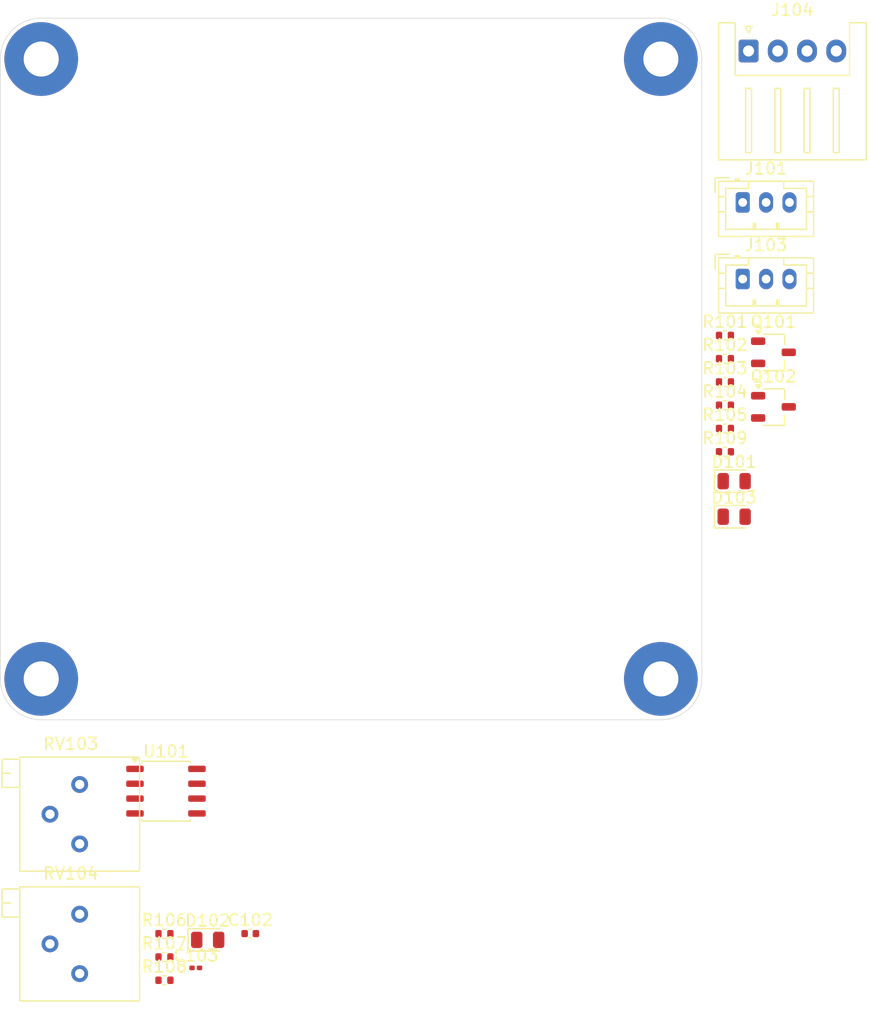
<source format=kicad_pcb>
(kicad_pcb (version 20241229) (generator "pcbnew") (generator_version "9.0")
  (layers (0 "F.Cu" signal) (2 "B.Cu" signal) (13 "F.Paste" user) (15 "B.Paste" user) (5 "F.SilkS" user "F.Silkscreen") (7 "B.SilkS" user "B.Silkscreen") (1 "F.Mask" user) (3 "B.Mask" user) (25 "Edge.Cuts" user))
  (net 0 "")
  (net 1 "GND")
  (net 2 "VDD")
  (net 3 "Net-(D101-K)")
  (net 4 "Net-(D102-K)")
  (net 5 "Net-(D103-K)")
  (net 6 "/LM393/IN1(+)")
  (net 7 "/LM393/IN2(+)")
  (net 8 "/OUT1")
  (net 9 "Net-(Q101-G)")
  (net 10 "Net-(Q102-G)")
  (net 11 "/OUT2")
  (net 12 "Net-(U101-IN1(-))")
  (net 13 "Net-(U101-IN2(-))")
  (footprint "LED_SMD:LED_0805_2012Metric" (layer "F.Cu") (at 140.77 90.635)
    (property "Reference" "D103" (at 0 -1.65 0) (layer "F.SilkS"))
    (property "Value" "ch2")
    (fp_line (start -1.685 -0.96) (end -1.685 0.96) (stroke (width 0.12)) (layer "F.SilkS"))
    (fp_line (start -1.685 0.96) (end 1 0.96) (stroke (width 0.12)) (layer "F.SilkS"))
    (fp_line (start 1 -0.96) (end -1.685 -0.96) (stroke (width 0.12)) (layer "F.SilkS"))
    (pad "1" smd roundrect (at -0.9375 0) (size 0.975 1.4) (layers "F.Cu" "F.Mask" "F.Paste") (net 5 "Net-(D103-K)"))
    (pad "2" smd roundrect (at 0.9375 0) (size 0.975 1.4) (layers "F.Cu" "F.Mask" "F.Paste") (net 2 "VDD"))
  )
  (footprint "LED_SMD:LED_0805_2012Metric" (layer "F.Cu") (at 140.77 87.595)
    (property "Reference" "D101" (at 0 -1.65 0) (layer "F.SilkS"))
    (property "Value" "ch1")
    (fp_line (start -1.685 -0.96) (end -1.685 0.96) (stroke (width 0.12)) (layer "F.SilkS"))
    (fp_line (start -1.685 0.96) (end 1 0.96) (stroke (width 0.12)) (layer "F.SilkS"))
    (fp_line (start 1 -0.96) (end -1.685 -0.96) (stroke (width 0.12)) (layer "F.SilkS"))
    (pad "1" smd roundrect (at -0.9375 0) (size 0.975 1.4) (layers "F.Cu" "F.Mask" "F.Paste") (net 3 "Net-(D101-K)"))
    (pad "2" smd roundrect (at 0.9375 0) (size 0.975 1.4) (layers "F.Cu" "F.Mask" "F.Paste") (net 2 "VDD"))
  )
  (footprint "Package_SO:JEITA_SOIC-8_3.9x4.9mm_P1.27mm" (layer "F.Cu") (at 92.17 114.1)
    (property "Reference" "U101" (at 0 -3.4 0) (layer "F.SilkS"))
    (property "Value" "LM393N")
    (fp_line (start -2.06 -2.56) (end 2.06 -2.56) (stroke (width 0.12)) (layer "F.SilkS"))
    (fp_line (start -2.06 -2.44) (end -2.06 -2.56) (stroke (width 0.12)) (layer "F.SilkS"))
    (fp_line (start -2.06 2.56) (end -2.06 2.44) (stroke (width 0.12)) (layer "F.SilkS"))
    (fp_line (start 2.06 -2.56) (end 2.06 -2.44) (stroke (width 0.12)) (layer "F.SilkS"))
    (fp_line (start 2.06 2.44) (end 2.06 2.56) (stroke (width 0.12)) (layer "F.SilkS"))
    (fp_line (start 2.06 2.56) (end -2.06 2.56) (stroke (width 0.12)) (layer "F.SilkS"))
    (fp_poly (pts (xy -2.66 -2.45) (xy -2.9 -2.78) (xy -2.42 -2.78)) (stroke (width 0.12)) (fill yes) (layer "F.SilkS"))
    (pad "1" smd roundrect (at -2.65 -1.905) (size 1.5 0.55) (layers "F.Cu" "F.Mask" "F.Paste") (net 8 "/OUT1"))
    (pad "2" smd roundrect (at -2.65 -0.635) (size 1.5 0.55) (layers "F.Cu" "F.Mask" "F.Paste") (net 12 "Net-(U101-IN1(-))"))
    (pad "3" smd roundrect (at -2.65 0.635) (size 1.5 0.55) (layers "F.Cu" "F.Mask" "F.Paste") (net 6 "/LM393/IN1(+)"))
    (pad "4" smd roundrect (at -2.65 1.905) (size 1.5 0.55) (layers "F.Cu" "F.Mask" "F.Paste") (net 1 "GND"))
    (pad "5" smd roundrect (at 2.65 1.905) (size 1.5 0.55) (layers "F.Cu" "F.Mask" "F.Paste") (net 7 "/LM393/IN2(+)"))
    (pad "6" smd roundrect (at 2.65 0.635) (size 1.5 0.55) (layers "F.Cu" "F.Mask" "F.Paste") (net 13 "Net-(U101-IN2(-))"))
    (pad "7" smd roundrect (at 2.65 -0.635) (size 1.5 0.55) (layers "F.Cu" "F.Mask" "F.Paste") (net 11 "/OUT2"))
    (pad "8" smd roundrect (at 2.65 -1.905) (size 1.5 0.55) (layers "F.Cu" "F.Mask" "F.Paste") (net 2 "VDD"))
  )
  (footprint "WOBCLibrary:Board_1U_60x60" (layer "F.Cu") (at 108 78)
    (property "Reference" "B101" (hide yes))
    (property "Value" "~" (hide yes))
    (fp_line (start -30 26.5) (end -30 -26.5) (stroke (width 0.05)) (layer "Edge.Cuts"))
    (fp_line (start -26.5 -30) (end 26.5 -30) (stroke (width 0.05)) (layer "Edge.Cuts"))
    (fp_line (start 26.5 30) (end -26.5 30) (stroke (width 0.05)) (layer "Edge.Cuts"))
    (fp_line (start 30 -26.5) (end 30 26.5) (stroke (width 0.05)) (layer "Edge.Cuts"))
    (fp_arc (start -30 -26.5) (mid -28.974874 -28.974874) (end -26.5 -30) (stroke (width 0.05)) (layer "Edge.Cuts"))
    (fp_arc (start -26.5 30) (mid -28.974874 28.974874) (end -30 26.5) (stroke (width 0.05)) (layer "Edge.Cuts"))
    (fp_arc (start 26.5 -30) (mid 28.974874 -28.974874) (end 30 -26.5) (stroke (width 0.05)) (layer "Edge.Cuts"))
    (fp_arc (start 30 26.5) (mid 28.974874 28.974874) (end 26.5 30) (stroke (width 0.05)) (layer "Edge.Cuts"))
    (pad "GND" thru_hole circle (at -26.5 -26.5) (size 6.3 6.3) (drill 3) (layers "*.Cu" "*.Mask") (net 1 "GND"))
    (pad "GND" thru_hole circle (at -26.5 26.5) (size 6.3 6.3) (drill 3) (layers "*.Cu" "*.Mask") (net 1 "GND"))
    (pad "GND" thru_hole circle (at 26.5 -26.5) (size 6.3 6.3) (drill 3) (layers "*.Cu" "*.Mask") (net 1 "GND"))
    (pad "GND" thru_hole circle (at 26.5 26.5) (size 6.3 6.3) (drill 3) (layers "*.Cu" "*.Mask") (net 1 "GND"))
  )
  (footprint "Resistor_SMD:R_0402_1005Metric" (layer "F.Cu") (at 92.04 128.28)
    (property "Reference" "R107" (at 0 -1.17 0) (layer "F.SilkS"))
    (property "Value" "10k")
    (fp_line (start -0.153641 -0.38) (end 0.153641 -0.38) (stroke (width 0.12)) (layer "F.SilkS"))
    (fp_line (start -0.153641 0.38) (end 0.153641 0.38) (stroke (width 0.12)) (layer "F.SilkS"))
    (pad "1" smd roundrect (at -0.51 0) (size 0.54 0.64) (layers "F.Cu" "F.Mask" "F.Paste") (net 2 "VDD"))
    (pad "2" smd roundrect (at 0.51 0) (size 0.54 0.64) (layers "F.Cu" "F.Mask" "F.Paste") (net 11 "/OUT2"))
  )
  (footprint "Connector_JST:JST_PH_B3B-PH-K_1x03_P2.00mm_Vertical" (layer "F.Cu") (at 141.5 70.31)
    (property "Reference" "J103" (at 2 -2.9 0) (layer "F.SilkS"))
    (property "Value" "ch2")
    (fp_line (start -2.36 -2.11) (end -2.36 -0.86) (stroke (width 0.12)) (layer "F.SilkS"))
    (fp_line (start -2.06 -1.81) (end -2.06 2.91) (stroke (width 0.12)) (layer "F.SilkS"))
    (fp_line (start -2.06 -0.5) (end -1.45 -0.5) (stroke (width 0.12)) (layer "F.SilkS"))
    (fp_line (start -2.06 0.8) (end -1.45 0.8) (stroke (width 0.12)) (layer "F.SilkS"))
    (fp_line (start -2.06 2.91) (end 6.06 2.91) (stroke (width 0.12)) (layer "F.SilkS"))
    (fp_line (start -1.45 -1.2) (end -1.45 2.3) (stroke (width 0.12)) (layer "F.SilkS"))
    (fp_line (start -1.45 2.3) (end 5.45 2.3) (stroke (width 0.12)) (layer "F.SilkS"))
    (fp_line (start -1.11 -2.11) (end -2.36 -2.11) (stroke (width 0.12)) (layer "F.SilkS"))
    (fp_line (start -0.6 -2.01) (end -0.6 -1.81) (stroke (width 0.12)) (layer "F.SilkS"))
    (fp_line (start -0.3 -2.01) (end -0.6 -2.01) (stroke (width 0.12)) (layer "F.SilkS"))
    (fp_line (start -0.3 -1.91) (end -0.6 -1.91) (stroke (width 0.12)) (layer "F.SilkS"))
    (fp_line (start -0.3 -1.81) (end -0.3 -2.01) (stroke (width 0.12)) (layer "F.SilkS"))
    (fp_line (start 0.5 -1.81) (end 0.5 -1.2) (stroke (width 0.12)) (layer "F.SilkS"))
    (fp_line (start 0.5 -1.2) (end -1.45 -1.2) (stroke (width 0.12)) (layer "F.SilkS"))
    (fp_line (start 0.9 1.8) (end 1.1 1.8) (stroke (width 0.12)) (layer "F.SilkS"))
    (fp_line (start 0.9 2.3) (end 0.9 1.8) (stroke (width 0.12)) (layer "F.SilkS"))
    (fp_line (start 1 2.3) (end 1 1.8) (stroke (width 0.12)) (layer "F.SilkS"))
    (fp_line (start 1.1 1.8) (end 1.1 2.3) (stroke (width 0.12)) (layer "F.SilkS"))
    (fp_line (start 2.9 1.8) (end 3.1 1.8) (stroke (width 0.12)) (layer "F.SilkS"))
    (fp_line (start 2.9 2.3) (end 2.9 1.8) (stroke (width 0.12)) (layer "F.SilkS"))
    (fp_line (start 3 2.3) (end 3 1.8) (stroke (width 0.12)) (layer "F.SilkS"))
    (fp_line (start 3.1 1.8) (end 3.1 2.3) (stroke (width 0.12)) (layer "F.SilkS"))
    (fp_line (start 3.5 -1.2) (end 3.5 -1.81) (stroke (width 0.12)) (layer "F.SilkS"))
    (fp_line (start 5.45 -1.2) (end 3.5 -1.2) (stroke (width 0.12)) (layer "F.SilkS"))
    (fp_line (start 5.45 2.3) (end 5.45 -1.2) (stroke (width 0.12)) (layer "F.SilkS"))
    (fp_line (start 6.06 -1.81) (end -2.06 -1.81) (stroke (width 0.12)) (layer "F.SilkS"))
    (fp_line (start 6.06 -0.5) (end 5.45 -0.5) (stroke (width 0.12)) (layer "F.SilkS"))
    (fp_line (start 6.06 0.8) (end 5.45 0.8) (stroke (width 0.12)) (layer "F.SilkS"))
    (fp_line (start 6.06 2.91) (end 6.06 -1.81) (stroke (width 0.12)) (layer "F.SilkS"))
    (pad "1" thru_hole roundrect (at 0 0) (size 1.2 1.75) (drill 0.75) (layers "*.Cu" "*.Mask") (roundrect_rratio 0.208333) (net 2 "VDD"))
    (pad "2" thru_hole oval (at 2 0) (size 1.2 1.75) (drill 0.75) (layers "*.Cu" "*.Mask") (net 1 "GND"))
    (pad "3" thru_hole oval (at 4 0) (size 1.2 1.75) (drill 0.75) (layers "*.Cu" "*.Mask") (net 7 "/LM393/IN2(+)"))
  )
  (footprint "Resistor_SMD:R_0402_1005Metric" (layer "F.Cu") (at 139.98 77.12)
    (property "Reference" "R102" (at 0 -1.17 0) (layer "F.SilkS"))
    (property "Value" "10k")
    (fp_line (start -0.153641 -0.38) (end 0.153641 -0.38) (stroke (width 0.12)) (layer "F.SilkS"))
    (fp_line (start -0.153641 0.38) (end 0.153641 0.38) (stroke (width 0.12)) (layer "F.SilkS"))
    (pad "1" smd roundrect (at -0.51 0) (size 0.54 0.64) (layers "F.Cu" "F.Mask" "F.Paste") (net 7 "/LM393/IN2(+)"))
    (pad "2" smd roundrect (at 0.51 0) (size 0.54 0.64) (layers "F.Cu" "F.Mask" "F.Paste") (net 1 "GND"))
  )
  (footprint "LED_SMD:LED_0805_2012Metric" (layer "F.Cu") (at 95.74 126.815)
    (property "Reference" "D102" (at 0 -1.65 0) (layer "F.SilkS"))
    (property "Value" "Power")
    (fp_line (start -1.685 -0.96) (end -1.685 0.96) (stroke (width 0.12)) (layer "F.SilkS"))
    (fp_line (start -1.685 0.96) (end 1 0.96) (stroke (width 0.12)) (layer "F.SilkS"))
    (fp_line (start 1 -0.96) (end -1.685 -0.96) (stroke (width 0.12)) (layer "F.SilkS"))
    (pad "1" smd roundrect (at -0.9375 0) (size 0.975 1.4) (layers "F.Cu" "F.Mask" "F.Paste") (net 4 "Net-(D102-K)"))
    (pad "2" smd roundrect (at 0.9375 0) (size 0.975 1.4) (layers "F.Cu" "F.Mask" "F.Paste") (net 2 "VDD"))
  )
  (footprint "Potentiometer_THT:Potentiometer_Bourns_3296P_Horizontal" (layer "F.Cu") (at 84.79 113.53)
    (property "Reference" "RV103" (at -0.76 -3.475 0) (layer "F.SilkS"))
    (property "Value" "10k")
    (fp_line (start -6.645 -2.16) (end -5.125 -2.16) (stroke (width 0.12)) (layer "F.SilkS"))
    (fp_line (start -6.645 -0.955) (end -5.885 -0.955) (stroke (width 0.12)) (layer "F.SilkS"))
    (fp_line (start -6.645 0.25) (end -6.645 -2.16) (stroke (width 0.12)) (layer "F.SilkS"))
    (fp_line (start -5.125 -2.335) (end 5.125 -2.335) (stroke (width 0.12)) (layer "F.SilkS"))
    (fp_line (start -5.125 -2.16) (end -5.125 0.25) (stroke (width 0.12)) (layer "F.SilkS"))
    (fp_line (start -5.125 0.25) (end -6.645 0.25) (stroke (width 0.12)) (layer "F.SilkS"))
    (fp_line (start -5.125 7.415) (end -5.125 -2.335) (stroke (width 0.12)) (layer "F.SilkS"))
    (fp_line (start 5.125 -2.335) (end 5.125 7.415) (stroke (width 0.12)) (layer "F.SilkS"))
    (fp_line (start 5.125 7.415) (end -5.125 7.415) (stroke (width 0.12)) (layer "F.SilkS"))
    (pad "1" thru_hole circle (at 0 0) (size 1.44 1.44) (drill 0.8) (layers "*.Cu" "*.Mask") (net 1 "GND"))
    (pad "2" thru_hole circle (at -2.54 2.54) (size 1.44 1.44) (drill 0.8) (layers "*.Cu" "*.Mask") (net 12 "Net-(U101-IN1(-))"))
    (pad "3" thru_hole circle (at 0 5.08) (size 1.44 1.44) (drill 0.8) (layers "*.Cu" "*.Mask") (net 2 "VDD"))
  )
  (footprint "Package_TO_SOT_SMD:TSOT-23" (layer "F.Cu") (at 144.13 81.24)
    (property "Reference" "Q102" (at 0 -2.6 0) (layer "F.SilkS"))
    (property "Value" "NMOS")
    (fp_line (start 0.945 0.69) (end 0.945 1.58) (stroke (width 0.12)) (layer "F.SilkS"))
    (fp_line (start 0.945 1.58) (end -0.905 1.58) (stroke (width 0.12)) (layer "F.SilkS"))
    (fp_line (start 0.96 -1.54) (end -0.89 -1.54) (stroke (width 0.12)) (layer "F.SilkS"))
    (fp_line (start 0.96 -1.54) (end 0.96 -0.65) (stroke (width 0.12)) (layer "F.SilkS"))
    (fp_poly (pts (xy -1.28 -1.55) (xy -1.52 -1.88) (xy -1.04 -1.88) (xy -1.28 -1.55)) (stroke (width 0.12)) (fill yes) (layer "F.SilkS"))
    (pad "1" smd roundrect (at -1.31 -0.95) (size 1.22 0.65) (layers "F.Cu" "F.Mask" "F.Paste") (net 5 "Net-(D103-K)"))
    (pad "2" smd roundrect (at -1.31 0.95) (size 1.22 0.65) (layers "F.Cu" "F.Mask" "F.Paste") (net 10 "Net-(Q102-G)"))
    (pad "3" smd roundrect (at 1.31 0) (size 1.22 0.65) (layers "F.Cu" "F.Mask" "F.Paste") (net 1 "GND"))
  )
  (footprint "Resistor_SMD:R_0402_1005Metric" (layer "F.Cu") (at 139.98 83.09)
    (property "Reference" "R105" (at 0 -1.17 0) (layer "F.SilkS"))
    (property "Value" "510")
    (fp_line (start -0.153641 -0.38) (end 0.153641 -0.38) (stroke (width 0.12)) (layer "F.SilkS"))
    (fp_line (start -0.153641 0.38) (end 0.153641 0.38) (stroke (width 0.12)) (layer "F.SilkS"))
    (pad "1" smd roundrect (at -0.51 0) (size 0.54 0.64) (layers "F.Cu" "F.Mask" "F.Paste") (net 11 "/OUT2"))
    (pad "2" smd roundrect (at 0.51 0) (size 0.54 0.64) (layers "F.Cu" "F.Mask" "F.Paste") (net 10 "Net-(Q102-G)"))
  )
  (footprint "Resistor_SMD:R_0402_1005Metric" (layer "F.Cu") (at 139.98 79.11)
    (property "Reference" "R103" (at 0 -1.17 0) (layer "F.SilkS"))
    (property "Value" "510")
    (fp_line (start -0.153641 -0.38) (end 0.153641 -0.38) (stroke (width 0.12)) (layer "F.SilkS"))
    (fp_line (start -0.153641 0.38) (end 0.153641 0.38) (stroke (width 0.12)) (layer "F.SilkS"))
    (pad "1" smd roundrect (at -0.51 0) (size 0.54 0.64) (layers "F.Cu" "F.Mask" "F.Paste") (net 8 "/OUT1"))
    (pad "2" smd roundrect (at 0.51 0) (size 0.54 0.64) (layers "F.Cu" "F.Mask" "F.Paste") (net 9 "Net-(Q101-G)"))
  )
  (footprint "Capacitor_SMD:C_0402_1005Metric" (layer "F.Cu") (at 99.38 126.28)
    (property "Reference" "C102" (at 0 -1.16 0) (layer "F.SilkS"))
    (property "Value" "0.1u")
    (fp_line (start -0.107836 -0.36) (end 0.107836 -0.36) (stroke (width 0.12)) (layer "F.SilkS"))
    (fp_line (start -0.107836 0.36) (end 0.107836 0.36) (stroke (width 0.12)) (layer "F.SilkS"))
    (pad "1" smd roundrect (at -0.48 0) (size 0.56 0.62) (layers "F.Cu" "F.Mask" "F.Paste") (net 2 "VDD"))
    (pad "2" smd roundrect (at 0.48 0) (size 0.56 0.62) (layers "F.Cu" "F.Mask" "F.Paste") (net 1 "GND"))
  )
  (footprint "Connector_JST:JST_PH_B3B-PH-K_1x03_P2.00mm_Vertical" (layer "F.Cu") (at 141.5 63.76)
    (property "Reference" "J101" (at 2 -2.9 0) (layer "F.SilkS"))
    (property "Value" "ch1")
    (fp_line (start -2.36 -2.11) (end -2.36 -0.86) (stroke (width 0.12)) (layer "F.SilkS"))
    (fp_line (start -2.06 -1.81) (end -2.06 2.91) (stroke (width 0.12)) (layer "F.SilkS"))
    (fp_line (start -2.06 -0.5) (end -1.45 -0.5) (stroke (width 0.12)) (layer "F.SilkS"))
    (fp_line (start -2.06 0.8) (end -1.45 0.8) (stroke (width 0.12)) (layer "F.SilkS"))
    (fp_line (start -2.06 2.91) (end 6.06 2.91) (stroke (width 0.12)) (layer "F.SilkS"))
    (fp_line (start -1.45 -1.2) (end -1.45 2.3) (stroke (width 0.12)) (layer "F.SilkS"))
    (fp_line (start -1.45 2.3) (end 5.45 2.3) (stroke (width 0.12)) (layer "F.SilkS"))
    (fp_line (start -1.11 -2.11) (end -2.36 -2.11) (stroke (width 0.12)) (layer "F.SilkS"))
    (fp_line (start -0.6 -2.01) (end -0.6 -1.81) (stroke (width 0.12)) (layer "F.SilkS"))
    (fp_line (start -0.3 -2.01) (end -0.6 -2.01) (stroke (width 0.12)) (layer "F.SilkS"))
    (fp_line (start -0.3 -1.91) (end -0.6 -1.91) (stroke (width 0.12)) (layer "F.SilkS"))
    (fp_line (start -0.3 -1.81) (end -0.3 -2.01) (stroke (width 0.12)) (layer "F.SilkS"))
    (fp_line (start 0.5 -1.81) (end 0.5 -1.2) (stroke (width 0.12)) (layer "F.SilkS"))
    (fp_line (start 0.5 -1.2) (end -1.45 -1.2) (stroke (width 0.12)) (layer "F.SilkS"))
    (fp_line (start 0.9 1.8) (end 1.1 1.8) (stroke (width 0.12)) (layer "F.SilkS"))
    (fp_line (start 0.9 2.3) (end 0.9 1.8) (stroke (width 0.12)) (layer "F.SilkS"))
    (fp_line (start 1 2.3) (end 1 1.8) (stroke (width 0.12)) (layer "F.SilkS"))
    (fp_line (start 1.1 1.8) (end 1.1 2.3) (stroke (width 0.12)) (layer "F.SilkS"))
    (fp_line (start 2.9 1.8) (end 3.1 1.8) (stroke (width 0.12)) (layer "F.SilkS"))
    (fp_line (start 2.9 2.3) (end 2.9 1.8) (stroke (width 0.12)) (layer "F.SilkS"))
    (fp_line (start 3 2.3) (end 3 1.8) (stroke (width 0.12)) (layer "F.SilkS"))
    (fp_line (start 3.1 1.8) (end 3.1 2.3) (stroke (width 0.12)) (layer "F.SilkS"))
    (fp_line (start 3.5 -1.2) (end 3.5 -1.81) (stroke (width 0.12)) (layer "F.SilkS"))
    (fp_line (start 5.45 -1.2) (end 3.5 -1.2) (stroke (width 0.12)) (layer "F.SilkS"))
    (fp_line (start 5.45 2.3) (end 5.45 -1.2) (stroke (width 0.12)) (layer "F.SilkS"))
    (fp_line (start 6.06 -1.81) (end -2.06 -1.81) (stroke (width 0.12)) (layer "F.SilkS"))
    (fp_line (start 6.06 -0.5) (end 5.45 -0.5) (stroke (width 0.12)) (layer "F.SilkS"))
    (fp_line (start 6.06 0.8) (end 5.45 0.8) (stroke (width 0.12)) (layer "F.SilkS"))
    (fp_line (start 6.06 2.91) (end 6.06 -1.81) (stroke (width 0.12)) (layer "F.SilkS"))
    (pad "1" thru_hole roundrect (at 0 0) (size 1.2 1.75) (drill 0.75) (layers "*.Cu" "*.Mask") (roundrect_rratio 0.208333) (net 2 "VDD"))
    (pad "2" thru_hole oval (at 2 0) (size 1.2 1.75) (drill 0.75) (layers "*.Cu" "*.Mask") (net 1 "GND"))
    (pad "3" thru_hole oval (at 4 0) (size 1.2 1.75) (drill 0.75) (layers "*.Cu" "*.Mask") (net 6 "/LM393/IN1(+)"))
  )
  (footprint "Connector_JST:JST_XH_S4B-XH-A_1x04_P2.50mm_Horizontal" (layer "F.Cu") (at 142 50.81)
    (property "Reference" "J104" (at 3.75 -3.51 0) (layer "F.SilkS"))
    (property "Value" "Conn_01x04")
    (fp_line (start -2.56 -2.41) (end -1.14 -2.41) (stroke (width 0.12)) (layer "F.SilkS"))
    (fp_line (start -2.56 9.31) (end -2.56 -2.41) (stroke (width 0.12)) (layer "F.SilkS"))
    (fp_line (start -1.14 -2.41) (end -1.14 2.09) (stroke (width 0.12)) (layer "F.SilkS"))
    (fp_line (start -1.14 2.09) (end 3.75 2.09) (stroke (width 0.12)) (layer "F.SilkS"))
    (fp_line (start -0.3 -2.1) (end 0.3 -2.1) (stroke (width 0.12)) (layer "F.SilkS"))
    (fp_line (start -0.25 3.2) (end -0.25 8.7) (stroke (width 0.12)) (layer "F.SilkS"))
    (fp_line (start -0.25 8.7) (end 0.25 8.7) (stroke (width 0.12)) (layer "F.SilkS"))
    (fp_line (start 0 -1.5) (end -0.3 -2.1) (stroke (width 0.12)) (layer "F.SilkS"))
    (fp_line (start 0.25 3.2) (end -0.25 3.2) (stroke (width 0.12)) (layer "F.SilkS"))
    (fp_line (start 0.25 8.7) (end 0.25 3.2) (stroke (width 0.12)) (layer "F.SilkS"))
    (fp_line (start 0.3 -2.1) (end 0 -1.5) (stroke (width 0.12)) (layer "F.SilkS"))
    (fp_line (start 2.25 3.2) (end 2.25 8.7) (stroke (width 0.12)) (layer "F.SilkS"))
    (fp_line (start 2.25 8.7) (end 2.75 8.7) (stroke (width 0.12)) (layer "F.SilkS"))
    (fp_line (start 2.75 3.2) (end 2.25 3.2) (stroke (width 0.12)) (layer "F.SilkS"))
    (fp_line (start 2.75 8.7) (end 2.75 3.2) (stroke (width 0.12)) (layer "F.SilkS"))
    (fp_line (start 3.75 9.31) (end -2.56 9.31) (stroke (width 0.12)) (layer "F.SilkS"))
    (fp_line (start 3.75 9.31) (end 10.06 9.31) (stroke (width 0.12)) (layer "F.SilkS"))
    (fp_line (start 4.75 3.2) (end 4.75 8.7) (stroke (width 0.12)) (layer "F.SilkS"))
    (fp_line (start 4.75 8.7) (end 5.25 8.7) (stroke (width 0.12)) (layer "F.SilkS"))
    (fp_line (start 5.25 3.2) (end 4.75 3.2) (stroke (width 0.12)) (layer "F.SilkS"))
    (fp_line (start 5.25 8.7) (end 5.25 3.2) (stroke (width 0.12)) (layer "F.SilkS"))
    (fp_line (start 7.25 3.2) (end 7.25 8.7) (stroke (width 0.12)) (layer "F.SilkS"))
    (fp_line (start 7.25 8.7) (end 7.75 8.7) (stroke (width 0.12)) (layer "F.SilkS"))
    (fp_line (start 7.75 3.2) (end 7.25 3.2) (stroke (width 0.12)) (layer "F.SilkS"))
    (fp_line (start 7.75 8.7) (end 7.75 3.2) (stroke (width 0.12)) (layer "F.SilkS"))
    (fp_line (start 8.64 -2.41) (end 8.64 2.09) (stroke (width 0.12)) (layer "F.SilkS"))
    (fp_line (start 8.64 2.09) (end 3.75 2.09) (stroke (width 0.12)) (layer "F.SilkS"))
    (fp_line (start 10.06 -2.41) (end 8.64 -2.41) (stroke (width 0.12)) (layer "F.SilkS"))
    (fp_line (start 10.06 9.31) (end 10.06 -2.41) (stroke (width 0.12)) (layer "F.SilkS"))
    (pad "1" thru_hole roundrect (at 0 0) (size 1.7 1.95) (drill 0.95) (layers "*.Cu" "*.Mask") (roundrect_rratio 0.147059) (net 2 "VDD"))
    (pad "2" thru_hole oval (at 2.5 0) (size 1.7 1.95) (drill 0.95) (layers "*.Cu" "*.Mask") (net 1 "GND"))
    (pad "3" thru_hole oval (at 5 0) (size 1.7 1.95) (drill 0.95) (layers "*.Cu" "*.Mask") (net 8 "/OUT1"))
    (pad "4" thru_hole oval (at 7.5 0) (size 1.7 1.95) (drill 0.95) (layers "*.Cu" "*.Mask") (net 11 "/OUT2"))
  )
  (footprint "Package_TO_SOT_SMD:TSOT-23" (layer "F.Cu") (at 144.13 76.575)
    (property "Reference" "Q101" (at 0 -2.6 0) (layer "F.SilkS"))
    (property "Value" "NMOS")
    (fp_line (start 0.945 0.69) (end 0.945 1.58) (stroke (width 0.12)) (layer "F.SilkS"))
    (fp_line (start 0.945 1.58) (end -0.905 1.58) (stroke (width 0.12)) (layer "F.SilkS"))
    (fp_line (start 0.96 -1.54) (end -0.89 -1.54) (stroke (width 0.12)) (layer "F.SilkS"))
    (fp_line (start 0.96 -1.54) (end 0.96 -0.65) (stroke (width 0.12)) (layer "F.SilkS"))
    (fp_poly (pts (xy -1.28 -1.55) (xy -1.52 -1.88) (xy -1.04 -1.88) (xy -1.28 -1.55)) (stroke (width 0.12)) (fill yes) (layer "F.SilkS"))
    (pad "1" smd roundrect (at -1.31 -0.95) (size 1.22 0.65) (layers "F.Cu" "F.Mask" "F.Paste") (net 3 "Net-(D101-K)"))
    (pad "2" smd roundrect (at -1.31 0.95) (size 1.22 0.65) (layers "F.Cu" "F.Mask" "F.Paste") (net 9 "Net-(Q101-G)"))
    (pad "3" smd roundrect (at 1.31 0) (size 1.22 0.65) (layers "F.Cu" "F.Mask" "F.Paste") (net 1 "GND"))
  )
  (footprint "Resistor_SMD:R_0402_1005Metric" (layer "F.Cu") (at 139.98 75.13)
    (property "Reference" "R101" (at 0 -1.17 0) (layer "F.SilkS"))
    (property "Value" "10k")
    (fp_line (start -0.153641 -0.38) (end 0.153641 -0.38) (stroke (width 0.12)) (layer "F.SilkS"))
    (fp_line (start -0.153641 0.38) (end 0.153641 0.38) (stroke (width 0.12)) (layer "F.SilkS"))
    (pad "1" smd roundrect (at -0.51 0) (size 0.54 0.64) (layers "F.Cu" "F.Mask" "F.Paste") (net 6 "/LM393/IN1(+)"))
    (pad "2" smd roundrect (at 0.51 0) (size 0.54 0.64) (layers "F.Cu" "F.Mask" "F.Paste") (net 1 "GND"))
  )
  (footprint "Capacitor_SMD:C_0201_0603Metric" (layer "F.Cu") (at 94.72 129.21)
    (property "Reference" "C103" (at 0 -1.05 0) (layer "F.SilkS"))
    (property "Value" "10u")
    (pad "1" smd roundrect (at -0.32 0) (size 0.46 0.4) (layers "F.Cu" "F.Mask") (net 2 "VDD"))
    (pad "2" smd roundrect (at 0.32 0) (size 0.46 0.4) (layers "F.Cu" "F.Mask") (net 1 "GND"))
  )
  (footprint "Resistor_SMD:R_0402_1005Metric" (layer "F.Cu") (at 139.98 81.1)
    (property "Reference" "R104" (at 0 -1.17 0) (layer "F.SilkS"))
    (property "Value" "10k")
    (fp_line (start -0.153641 -0.38) (end 0.153641 -0.38) (stroke (width 0.12)) (layer "F.SilkS"))
    (fp_line (start -0.153641 0.38) (end 0.153641 0.38) (stroke (width 0.12)) (layer "F.SilkS"))
    (pad "1" smd roundrect (at -0.51 0) (size 0.54 0.64) (layers "F.Cu" "F.Mask" "F.Paste") (net 9 "Net-(Q101-G)"))
    (pad "2" smd roundrect (at 0.51 0) (size 0.54 0.64) (layers "F.Cu" "F.Mask" "F.Paste") (net 1 "GND"))
  )
  (footprint "Resistor_SMD:R_0402_1005Metric" (layer "F.Cu") (at 92.04 130.27)
    (property "Reference" "R108" (at 0 -1.17 0) (layer "F.SilkS"))
    (property "Value" "10k")
    (fp_line (start -0.153641 -0.38) (end 0.153641 -0.38) (stroke (width 0.12)) (layer "F.SilkS"))
    (fp_line (start -0.153641 0.38) (end 0.153641 0.38) (stroke (width 0.12)) (layer "F.SilkS"))
    (pad "1" smd roundrect (at -0.51 0) (size 0.54 0.64) (layers "F.Cu" "F.Mask" "F.Paste") (net 2 "VDD"))
    (pad "2" smd roundrect (at 0.51 0) (size 0.54 0.64) (layers "F.Cu" "F.Mask" "F.Paste") (net 8 "/OUT1"))
  )
  (footprint "Resistor_SMD:R_0402_1005Metric" (layer "F.Cu") (at 92.04 126.29)
    (property "Reference" "R106" (at 0 -1.17 0) (layer "F.SilkS"))
    (property "Value" "1k")
    (fp_line (start -0.153641 -0.38) (end 0.153641 -0.38) (stroke (width 0.12)) (layer "F.SilkS"))
    (fp_line (start -0.153641 0.38) (end 0.153641 0.38) (stroke (width 0.12)) (layer "F.SilkS"))
    (pad "1" smd roundrect (at -0.51 0) (size 0.54 0.64) (layers "F.Cu" "F.Mask" "F.Paste") (net 4 "Net-(D102-K)"))
    (pad "2" smd roundrect (at 0.51 0) (size 0.54 0.64) (layers "F.Cu" "F.Mask" "F.Paste") (net 1 "GND"))
  )
  (footprint "Resistor_SMD:R_0402_1005Metric" (layer "F.Cu") (at 139.98 85.08)
    (property "Reference" "R109" (at 0 -1.17 0) (layer "F.SilkS"))
    (property "Value" "10k")
    (fp_line (start -0.153641 -0.38) (end 0.153641 -0.38) (stroke (width 0.12)) (layer "F.SilkS"))
    (fp_line (start -0.153641 0.38) (end 0.153641 0.38) (stroke (width 0.12)) (layer "F.SilkS"))
    (pad "1" smd roundrect (at -0.51 0) (size 0.54 0.64) (layers "F.Cu" "F.Mask" "F.Paste") (net 10 "Net-(Q102-G)"))
    (pad "2" smd roundrect (at 0.51 0) (size 0.54 0.64) (layers "F.Cu" "F.Mask" "F.Paste") (net 1 "GND"))
  )
  (footprint "Potentiometer_THT:Potentiometer_Bourns_3296P_Horizontal" (layer "F.Cu") (at 84.79 124.62)
    (property "Reference" "RV104" (at -0.76 -3.475 0) (layer "F.SilkS"))
    (property "Value" "10k")
    (fp_line (start -6.645 -2.16) (end -5.125 -2.16) (stroke (width 0.12)) (layer "F.SilkS"))
    (fp_line (start -6.645 -0.955) (end -5.885 -0.955) (stroke (width 0.12)) (layer "F.SilkS"))
    (fp_line (start -6.645 0.25) (end -6.645 -2.16) (stroke (width 0.12)) (layer "F.SilkS"))
    (fp_line (start -5.125 -2.335) (end 5.125 -2.335) (stroke (width 0.12)) (layer "F.SilkS"))
    (fp_line (start -5.125 -2.16) (end -5.125 0.25) (stroke (width 0.12)) (layer "F.SilkS"))
    (fp_line (start -5.125 0.25) (end -6.645 0.25) (stroke (width 0.12)) (layer "F.SilkS"))
    (fp_line (start -5.125 7.415) (end -5.125 -2.335) (stroke (width 0.12)) (layer "F.SilkS"))
    (fp_line (start 5.125 -2.335) (end 5.125 7.415) (stroke (width 0.12)) (layer "F.SilkS"))
    (fp_line (start 5.125 7.415) (end -5.125 7.415) (stroke (width 0.12)) (layer "F.SilkS"))
    (pad "1" thru_hole circle (at 0 0) (size 1.44 1.44) (drill 0.8) (layers "*.Cu" "*.Mask") (net 2 "VDD"))
    (pad "2" thru_hole circle (at -2.54 2.54) (size 1.44 1.44) (drill 0.8) (layers "*.Cu" "*.Mask") (net 13 "Net-(U101-IN2(-))"))
    (pad "3" thru_hole circle (at 0 5.08) (size 1.44 1.44) (drill 0.8) (layers "*.Cu" "*.Mask") (net 1 "GND"))
  )
)
</source>
